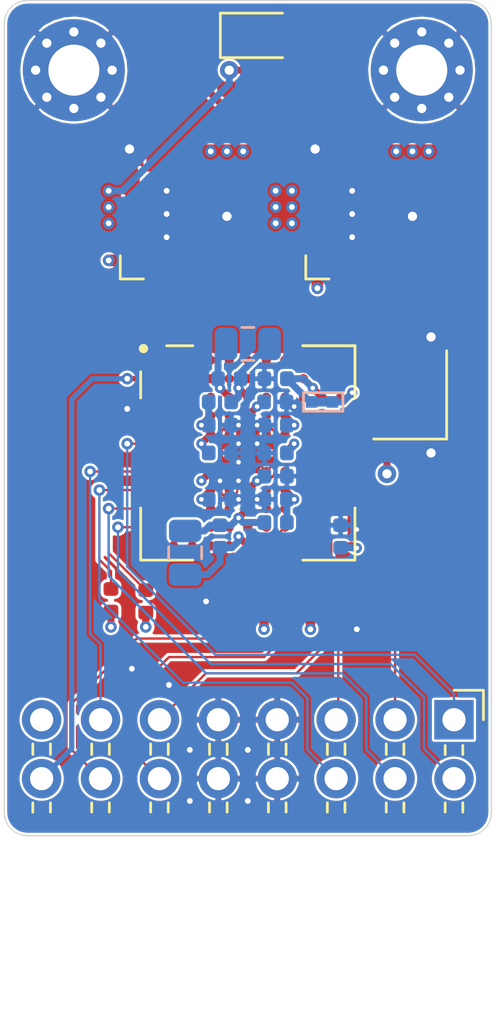
<source format=kicad_pcb>
(kicad_pcb (version 20171130) (host pcbnew "(5.1.9)-1")
  (title_block (title icepool-board) (date 2020-11-09) (rev 2020-04) (company fourside.io))
  (layers (0 F.Cu signal) (1 In1.Cu power) (2 In2.Cu power) (31 B.Cu signal) (34 B.Paste user) (35 F.Paste user) (36 B.SilkS user) (37 F.SilkS user) (38 B.Mask user) (39 F.Mask user) (44 Edge.Cuts user))
  (net 0 "")
  (net 1 GND)
  (net 2 +1V2)
  (net 3 +3V3)
  (net 4 "Net-(D2-Pad2)")
  (net 5 +5V)
  (net 6 /ice40hx8k-daughter-board/CLK_FPGA)
  (net 7 /ice40hx8k-daughter-board/~LED)
  (net 8 /ice40hx8k-daughter-board/READY)
  (net 9 /ice40hx8k-daughter-board/CDONE)
  (net 10 /ice40hx8k-daughter-board/SCK1)
  (net 11 /ice40hx8k-daughter-board/CRESET_B)
  (net 12 /ice40hx8k-daughter-board/SCK0)
  (net 13 /ice40hx8k-daughter-board/~CS1)
  (net 14 /ice40hx8k-daughter-board/~CS0)
  (net 15 /ice40hx8k-daughter-board/~RW)
  (net 16 /ice40hx8k-daughter-board/SDI0)
  (net 17 /ice40hx8k-daughter-board/SDO1)
  (net 18 /ice40hx8k-daughter-board/SDI1)
  (net 19 "Net-(U6-Pad3)")
  (net 20 "Net-(U7-Pad3)")
  (net 21 "Net-(U8-PadK11)")
  (net 22 "Net-(U8-PadJ11)")
  (net 23 "Net-(U8-PadH11)")
  (net 24 "Net-(U8-PadE11)")
  (net 25 "Net-(U8-PadD11)")
  (net 26 "Net-(U8-PadC11)")
  (net 27 "Net-(U8-PadB11)")
  (net 28 "Net-(U8-PadJ10)")
  (net 29 "Net-(U8-PadH10)")
  (net 30 "Net-(U8-PadG10)")
  (net 31 "Net-(U8-PadF10)")
  (net 32 "Net-(U8-PadD10)")
  (net 33 "Net-(U8-PadB10)")
  (net 34 "Net-(U8-PadA10)")
  (net 35 "Net-(U8-PadH9)")
  (net 36 "Net-(U8-PadG9)")
  (net 37 "Net-(U8-PadF9)")
  (net 38 "Net-(U8-PadE9)")
  (net 39 "Net-(U8-PadD9)")
  (net 40 "Net-(U8-PadC9)")
  (net 41 "Net-(U8-PadB9)")
  (net 42 "Net-(U8-PadA9)")
  (net 43 "Net-(U8-PadL8)")
  (net 44 "Net-(U8-PadJ8)")
  (net 45 "Net-(U8-PadG8)")
  (net 46 "Net-(U8-PadE8)")
  (net 47 "Net-(U8-PadC8)")
  (net 48 "Net-(U8-PadB8)")
  (net 49 "Net-(U8-PadA8)")
  (net 50 "Net-(U8-PadL7)")
  (net 51 "Net-(U8-PadK7)")
  (net 52 "Net-(U8-PadJ7)")
  (net 53 "Net-(U8-PadH7)")
  (net 54 "Net-(U8-PadD7)")
  (net 55 "Net-(U8-PadC7)")
  (net 56 "Net-(U8-PadB7)")
  (net 57 "Net-(U8-PadA7)")
  (net 58 "Net-(U8-PadA6)")
  (net 59 "Net-(U8-PadK5)")
  (net 60 "Net-(U8-PadJ5)")
  (net 61 "Net-(U8-PadD5)")
  (net 62 "Net-(U8-PadB5)")
  (net 63 "Net-(U8-PadA5)")
  (net 64 "Net-(U8-PadL4)")
  (net 65 "Net-(U8-PadK4)")
  (net 66 "Net-(U8-PadJ4)")
  (net 67 "Net-(U8-PadF4)")
  (net 68 "Net-(U8-PadC4)")
  (net 69 "Net-(U8-PadB4)")
  (net 70 "Net-(U8-PadA4)")
  (net 71 "Net-(U8-PadL3)")
  (net 72 "Net-(U8-PadK3)")
  (net 73 "Net-(U8-PadJ3)")
  (net 74 "Net-(U8-PadH3)")
  (net 75 "Net-(U8-PadG3)")
  (net 76 "Net-(U8-PadE3)")
  (net 77 "Net-(U8-PadD3)")
  (net 78 "Net-(U8-PadC3)")
  (net 79 "Net-(U8-PadB3)")
  (net 80 "Net-(U8-PadA3)")
  (net 81 "Net-(U8-PadL2)")
  (net 82 "Net-(U8-PadK2)")
  (net 83 "Net-(U8-PadJ2)")
  (net 84 "Net-(U8-PadH2)")
  (net 85 "Net-(U8-PadG2)")
  (net 86 "Net-(U8-PadF2)")
  (net 87 "Net-(U8-PadE2)")
  (net 88 "Net-(U8-PadD2)")
  (net 89 "Net-(U8-PadC2)")
  (net 90 "Net-(U8-PadB2)")
  (net 91 "Net-(U8-PadA2)")
  (net 92 "Net-(U8-PadL1)")
  (net 93 "Net-(U8-PadF1)")
  (net 94 "Net-(U8-PadE1)")
  (net 95 "Net-(U8-PadD1)")
  (net 96 "Net-(U8-PadC1)")
  (net 97 "Net-(U8-PadA1)")
  (net 98 /ice40hx8k-daughter-board/ice40-hx8k-bg121/VPP_2V5)
  (net 99 /ice40hx8k-daughter-board/ice40-hx8k-bg121/VCCPLL0)
  (net 100 /ice40hx8k-daughter-board/ice40-hx8k-bg121/GNDPLL0)
  (net 101 /ice40hx8k-daughter-board/ice40-hx8k-bg121/VCCPLL1)
  (net 102 /ice40hx8k-daughter-board/ice40-hx8k-bg121/GNDPLL1)
  (net 103 /ice40hx8k-daughter-board/ice40-hx8k-bg121/SDO0)
  (net 104 "Net-(U8-PadG11)")
  (net 105 "Net-(U8-PadB6)")
  (net 106 "Net-(U8-PadK6)")
  (net 107 "Net-(U8-PadL5)")
  (net 108 "Net-(U8-PadE10)")
  (module Connector_PinHeader_2.54mm:PinHeader_2x08_P2.54mm_Horizontal (layer F.Cu) (at 73.39 71 270)
    (fp_text reference J5 hide)
    (fp_text value Conn_02x08_Odd_Even)
    (pad 16 thru_hole oval (at 2.54 17.78 270) (size 1.7 1.7) (drill 1) (layers *.Cu *.Mask) (net 8 /ice40hx8k-daughter-board/READY))
    (pad 15 thru_hole oval (at 0 17.78 270) (size 1.7 1.7) (drill 1) (layers *.Cu *.Mask) (net 5 +5V))
    (pad 14 thru_hole oval (at 2.54 15.24 270) (size 1.7 1.7) (drill 1) (layers *.Cu *.Mask) (net 9 /ice40hx8k-daughter-board/CDONE))
    (pad 13 thru_hole oval (at 0 15.24 270) (size 1.7 1.7) (drill 1) (layers *.Cu *.Mask) (net 10 /ice40hx8k-daughter-board/SCK1))
    (pad 12 thru_hole oval (at 2.54 12.7 270) (size 1.7 1.7) (drill 1) (layers *.Cu *.Mask) (net 11 /ice40hx8k-daughter-board/CRESET_B))
    (pad 11 thru_hole oval (at 0 12.7 270) (size 1.7 1.7) (drill 1) (layers *.Cu *.Mask) (net 12 /ice40hx8k-daughter-board/SCK0))
    (pad 10 thru_hole oval (at 2.54 10.16 270) (size 1.7 1.7) (drill 1) (layers *.Cu *.Mask) (net 1 GND))
    (pad 9 thru_hole oval (at 0 10.16 270) (size 1.7 1.7) (drill 1) (layers *.Cu *.Mask) (net 1 GND))
    (pad 8 thru_hole oval (at 2.54 7.62 270) (size 1.7 1.7) (drill 1) (layers *.Cu *.Mask) (net 1 GND))
    (pad 7 thru_hole oval (at 0 7.62 270) (size 1.7 1.7) (drill 1) (layers *.Cu *.Mask) (net 1 GND))
    (pad 6 thru_hole oval (at 2.54 5.08 270) (size 1.7 1.7) (drill 1) (layers *.Cu *.Mask) (net 13 /ice40hx8k-daughter-board/~CS1))
    (pad 5 thru_hole oval (at 0 5.08 270) (size 1.7 1.7) (drill 1) (layers *.Cu *.Mask) (net 14 /ice40hx8k-daughter-board/~CS0))
    (pad 4 thru_hole oval (at 2.54 2.54 270) (size 1.7 1.7) (drill 1) (layers *.Cu *.Mask) (net 15 /ice40hx8k-daughter-board/~RW))
    (pad 3 thru_hole oval (at 0 2.54 270) (size 1.7 1.7) (drill 1) (layers *.Cu *.Mask) (net 16 /ice40hx8k-daughter-board/SDI0))
    (pad 2 thru_hole oval (at 2.54 0 270) (size 1.7 1.7) (drill 1) (layers *.Cu *.Mask) (net 17 /ice40hx8k-daughter-board/SDO1))
    (pad 1 thru_hole rect (at 0 0 270) (size 1.7 1.7) (drill 1) (layers *.Cu *.Mask) (net 18 /ice40hx8k-daughter-board/SDI1))
  )
  (module Resistor_SMD:R_0402_1005Metric (layer F.Cu) (at 58.6 65.85 90)
    (fp_text reference R31 hide)
    (fp_text value 10k)
    (pad 1 smd roundrect (at -0.485 0 90) (size 0.59 0.64) (layers F.Cu F.Paste F.Mask) (net 3 +3V3))
    (pad 2 smd roundrect (at 0.485 0 90) (size 0.59 0.64) (layers F.Cu F.Paste F.Mask) (net 13 /ice40hx8k-daughter-board/~CS1))
  )
  (module jkiv-library:BGA-121_11x11_9.0x9.0mm (layer F.Cu) (at 64.5 59.5)
    (fp_text reference U8 hide)
    (fp_text value "iCE40HX8K-BG121(121-Ball_caBGA)")
    (pad A1 smd circle (at -4 -4) (size 0.4 0.4) (layers F.Cu F.Paste F.Mask) (net 97 "Net-(U8-PadA1)"))
    (pad B1 smd circle (at -4 -3.2) (size 0.4 0.4) (layers F.Cu F.Paste F.Mask) (net 8 /ice40hx8k-daughter-board/READY))
    (pad C1 smd circle (at -4 -2.4) (size 0.4 0.4) (layers F.Cu F.Paste F.Mask) (net 96 "Net-(U8-PadC1)"))
    (pad D1 smd circle (at -4 -1.6) (size 0.4 0.4) (layers F.Cu F.Paste F.Mask) (net 95 "Net-(U8-PadD1)"))
    (pad E1 smd circle (at -4 -0.8) (size 0.4 0.4) (layers F.Cu F.Paste F.Mask) (net 94 "Net-(U8-PadE1)"))
    (pad F1 smd circle (at -4 0) (size 0.4 0.4) (layers F.Cu F.Paste F.Mask) (net 93 "Net-(U8-PadF1)"))
    (pad G1 smd circle (at -4 0.8) (size 0.4 0.4) (layers F.Cu F.Paste F.Mask) (net 10 /ice40hx8k-daughter-board/SCK1))
    (pad H1 smd circle (at -4 1.6) (size 0.4 0.4) (layers F.Cu F.Paste F.Mask) (net 13 /ice40hx8k-daughter-board/~CS1))
    (pad J1 smd circle (at -4 2.4) (size 0.4 0.4) (layers F.Cu F.Paste F.Mask) (net 15 /ice40hx8k-daughter-board/~RW))
    (pad K1 smd circle (at -4 3.2) (size 0.4 0.4) (layers F.Cu F.Paste F.Mask) (net 17 /ice40hx8k-daughter-board/SDO1))
    (pad L1 smd circle (at -4 4) (size 0.4 0.4) (layers F.Cu F.Paste F.Mask) (net 92 "Net-(U8-PadL1)"))
    (pad A2 smd circle (at -3.2 -4) (size 0.4 0.4) (layers F.Cu F.Paste F.Mask) (net 91 "Net-(U8-PadA2)"))
    (pad B2 smd circle (at -3.2 -3.2) (size 0.4 0.4) (layers F.Cu F.Paste F.Mask) (net 90 "Net-(U8-PadB2)"))
    (pad C2 smd circle (at -3.2 -2.4) (size 0.4 0.4) (layers F.Cu F.Paste F.Mask) (net 89 "Net-(U8-PadC2)"))
    (pad D2 smd circle (at -3.2 -1.6) (size 0.4 0.4) (layers F.Cu F.Paste F.Mask) (net 88 "Net-(U8-PadD2)"))
    (pad E2 smd circle (at -3.2 -0.8) (size 0.4 0.4) (layers F.Cu F.Paste F.Mask) (net 87 "Net-(U8-PadE2)"))
    (pad F2 smd circle (at -3.2 0) (size 0.4 0.4) (layers F.Cu F.Paste F.Mask) (net 86 "Net-(U8-PadF2)"))
    (pad G2 smd circle (at -3.2 0.8) (size 0.4 0.4) (layers F.Cu F.Paste F.Mask) (net 85 "Net-(U8-PadG2)"))
    (pad H2 smd circle (at -3.2 1.6) (size 0.4 0.4) (layers F.Cu F.Paste F.Mask) (net 84 "Net-(U8-PadH2)"))
    (pad J2 smd circle (at -3.2 2.4) (size 0.4 0.4) (layers F.Cu F.Paste F.Mask) (net 83 "Net-(U8-PadJ2)"))
    (pad K2 smd circle (at -3.2 3.2) (size 0.4 0.4) (layers F.Cu F.Paste F.Mask) (net 82 "Net-(U8-PadK2)"))
    (pad L2 smd circle (at -3.2 4) (size 0.4 0.4) (layers F.Cu F.Paste F.Mask) (net 81 "Net-(U8-PadL2)"))
    (pad A3 smd circle (at -2.4 -4) (size 0.4 0.4) (layers F.Cu F.Paste F.Mask) (net 80 "Net-(U8-PadA3)"))
    (pad B3 smd circle (at -2.4 -3.2) (size 0.4 0.4) (layers F.Cu F.Paste F.Mask) (net 79 "Net-(U8-PadB3)"))
    (pad C3 smd circle (at -2.4 -2.4) (size 0.4 0.4) (layers F.Cu F.Paste F.Mask) (net 78 "Net-(U8-PadC3)"))
    (pad D3 smd circle (at -2.4 -1.6) (size 0.4 0.4) (layers F.Cu F.Paste F.Mask) (net 77 "Net-(U8-PadD3)"))
    (pad E3 smd circle (at -2.4 -0.8) (size 0.4 0.4) (layers F.Cu F.Paste F.Mask) (net 76 "Net-(U8-PadE3)"))
    (pad F3 smd circle (at -2.4 0) (size 0.4 0.4) (layers F.Cu F.Paste F.Mask) (net 18 /ice40hx8k-daughter-board/SDI1))
    (pad G3 smd circle (at -2.4 0.8) (size 0.4 0.4) (layers F.Cu F.Paste F.Mask) (net 75 "Net-(U8-PadG3)"))
    (pad H3 smd circle (at -2.4 1.6) (size 0.4 0.4) (layers F.Cu F.Paste F.Mask) (net 74 "Net-(U8-PadH3)"))
    (pad J3 smd circle (at -2.4 2.4) (size 0.4 0.4) (layers F.Cu F.Paste F.Mask) (net 73 "Net-(U8-PadJ3)"))
    (pad K3 smd circle (at -2.4 3.2) (size 0.4 0.4) (layers F.Cu F.Paste F.Mask) (net 72 "Net-(U8-PadK3)"))
    (pad L3 smd circle (at -2.4 4) (size 0.4 0.4) (layers F.Cu F.Paste F.Mask) (net 71 "Net-(U8-PadL3)"))
    (pad A4 smd circle (at -1.6 -4) (size 0.4 0.4) (layers F.Cu F.Paste F.Mask) (net 70 "Net-(U8-PadA4)"))
    (pad B4 smd circle (at -1.6 -3.2) (size 0.4 0.4) (layers F.Cu F.Paste F.Mask) (net 69 "Net-(U8-PadB4)"))
    (pad C4 smd circle (at -1.6 -2.4) (size 0.4 0.4) (layers F.Cu F.Paste F.Mask) (net 68 "Net-(U8-PadC4)"))
    (pad D4 smd circle (at -1.6 -1.6) (size 0.4 0.4) (layers F.Cu F.Paste F.Mask) (net 2 +1V2))
    (pad E4 smd circle (at -1.6 -0.8) (size 0.4 0.4) (layers F.Cu F.Paste F.Mask) (net 3 +3V3))
    (pad F4 smd circle (at -1.6 0) (size 0.4 0.4) (layers F.Cu F.Paste F.Mask) (net 67 "Net-(U8-PadF4)"))
    (pad G4 smd circle (at -1.6 0.8) (size 0.4 0.4) (layers F.Cu F.Paste F.Mask) (net 3 +3V3))
    (pad H4 smd circle (at -1.6 1.6) (size 0.4 0.4) (layers F.Cu F.Paste F.Mask) (net 2 +1V2))
    (pad J4 smd circle (at -1.6 2.4) (size 0.4 0.4) (layers F.Cu F.Paste F.Mask) (net 66 "Net-(U8-PadJ4)"))
    (pad K4 smd circle (at -1.6 3.2) (size 0.4 0.4) (layers F.Cu F.Paste F.Mask) (net 65 "Net-(U8-PadK4)"))
    (pad L4 smd circle (at -1.6 4) (size 0.4 0.4) (layers F.Cu F.Paste F.Mask) (net 64 "Net-(U8-PadL4)"))
    (pad A5 smd circle (at -0.8 -4) (size 0.4 0.4) (layers F.Cu F.Paste F.Mask) (net 63 "Net-(U8-PadA5)"))
    (pad B5 smd circle (at -0.8 -3.2) (size 0.4 0.4) (layers F.Cu F.Paste F.Mask) (net 62 "Net-(U8-PadB5)"))
    (pad C5 smd circle (at -0.8 -2.4) (size 0.4 0.4) (layers F.Cu F.Paste F.Mask) (net 102 /ice40hx8k-daughter-board/ice40-hx8k-bg121/GNDPLL1))
    (pad D5 smd circle (at -0.8 -1.6) (size 0.4 0.4) (layers F.Cu F.Paste F.Mask) (net 61 "Net-(U8-PadD5)"))
    (pad E5 smd circle (at -0.8 -0.8) (size 0.4 0.4) (layers F.Cu F.Paste F.Mask) (net 1 GND))
    (pad F5 smd circle (at -0.8 0) (size 0.4 0.4) (layers F.Cu F.Paste F.Mask) (net 1 GND))
    (pad G5 smd circle (at -0.8 0.8) (size 0.4 0.4) (layers F.Cu F.Paste F.Mask) (net 1 GND))
    (pad H5 smd circle (at -0.8 1.6) (size 0.4 0.4) (layers F.Cu F.Paste F.Mask) (net 1 GND))
    (pad J5 smd circle (at -0.8 2.4) (size 0.4 0.4) (layers F.Cu F.Paste F.Mask) (net 60 "Net-(U8-PadJ5)"))
    (pad K5 smd circle (at -0.8 3.2) (size 0.4 0.4) (layers F.Cu F.Paste F.Mask) (net 59 "Net-(U8-PadK5)"))
    (pad L5 smd circle (at -0.8 4) (size 0.4 0.4) (layers F.Cu F.Paste F.Mask) (net 107 "Net-(U8-PadL5)"))
    (pad A6 smd circle (at 0 -4) (size 0.4 0.4) (layers F.Cu F.Paste F.Mask) (net 58 "Net-(U8-PadA6)"))
    (pad B6 smd circle (at 0 -3.2) (size 0.4 0.4) (layers F.Cu F.Paste F.Mask) (net 105 "Net-(U8-PadB6)"))
    (pad C6 smd circle (at 0 -2.4) (size 0.4 0.4) (layers F.Cu F.Paste F.Mask) (net 101 /ice40hx8k-daughter-board/ice40-hx8k-bg121/VCCPLL1))
    (pad D6 smd circle (at 0 -1.6) (size 0.4 0.4) (layers F.Cu F.Paste F.Mask) (net 3 +3V3))
    (pad E6 smd circle (at 0 -0.8) (size 0.4 0.4) (layers F.Cu F.Paste F.Mask) (net 1 GND))
    (pad F6 smd circle (at 0 0) (size 0.4 0.4) (layers F.Cu F.Paste F.Mask) (net 1 GND))
    (pad G6 smd circle (at 0 0.8) (size 0.4 0.4) (layers F.Cu F.Paste F.Mask) (net 1 GND))
    (pad H6 smd circle (at 0 1.6) (size 0.4 0.4) (layers F.Cu F.Paste F.Mask) (net 3 +3V3))
    (pad J6 smd circle (at 0 2.4) (size 0.4 0.4) (layers F.Cu F.Paste F.Mask) (net 99 /ice40hx8k-daughter-board/ice40-hx8k-bg121/VCCPLL0))
    (pad K6 smd circle (at 0 3.2) (size 0.4 0.4) (layers F.Cu F.Paste F.Mask) (net 106 "Net-(U8-PadK6)"))
    (pad L6 smd circle (at 0 4) (size 0.4 0.4) (layers F.Cu F.Paste F.Mask) (net 100 /ice40hx8k-daughter-board/ice40-hx8k-bg121/GNDPLL0))
    (pad A7 smd circle (at 0.8 -4) (size 0.4 0.4) (layers F.Cu F.Paste F.Mask) (net 57 "Net-(U8-PadA7)"))
    (pad B7 smd circle (at 0.8 -3.2) (size 0.4 0.4) (layers F.Cu F.Paste F.Mask) (net 56 "Net-(U8-PadB7)"))
    (pad C7 smd circle (at 0.8 -2.4) (size 0.4 0.4) (layers F.Cu F.Paste F.Mask) (net 55 "Net-(U8-PadC7)"))
    (pad D7 smd circle (at 0.8 -1.6) (size 0.4 0.4) (layers F.Cu F.Paste F.Mask) (net 54 "Net-(U8-PadD7)"))
    (pad E7 smd circle (at 0.8 -0.8) (size 0.4 0.4) (layers F.Cu F.Paste F.Mask) (net 1 GND))
    (pad F7 smd circle (at 0.8 0) (size 0.4 0.4) (layers F.Cu F.Paste F.Mask) (net 1 GND))
    (pad G7 smd circle (at 0.8 0.8) (size 0.4 0.4) (layers F.Cu F.Paste F.Mask) (net 1 GND))
    (pad H7 smd circle (at 0.8 1.6) (size 0.4 0.4) (layers F.Cu F.Paste F.Mask) (net 53 "Net-(U8-PadH7)"))
    (pad J7 smd circle (at 0.8 2.4) (size 0.4 0.4) (layers F.Cu F.Paste F.Mask) (net 52 "Net-(U8-PadJ7)"))
    (pad K7 smd circle (at 0.8 3.2) (size 0.4 0.4) (layers F.Cu F.Paste F.Mask) (net 51 "Net-(U8-PadK7)"))
    (pad L7 smd circle (at 0.8 4) (size 0.4 0.4) (layers F.Cu F.Paste F.Mask) (net 50 "Net-(U8-PadL7)"))
    (pad A8 smd circle (at 1.6 -4) (size 0.4 0.4) (layers F.Cu F.Paste F.Mask) (net 49 "Net-(U8-PadA8)"))
    (pad B8 smd circle (at 1.6 -3.2) (size 0.4 0.4) (layers F.Cu F.Paste F.Mask) (net 48 "Net-(U8-PadB8)"))
    (pad C8 smd circle (at 1.6 -2.4) (size 0.4 0.4) (layers F.Cu F.Paste F.Mask) (net 47 "Net-(U8-PadC8)"))
    (pad D8 smd circle (at 1.6 -1.6) (size 0.4 0.4) (layers F.Cu F.Paste F.Mask) (net 2 +1V2))
    (pad E8 smd circle (at 1.6 -0.8) (size 0.4 0.4) (layers F.Cu F.Paste F.Mask) (net 46 "Net-(U8-PadE8)"))
    (pad F8 smd circle (at 1.6 0) (size 0.4 0.4) (layers F.Cu F.Paste F.Mask) (net 3 +3V3))
    (pad G8 smd circle (at 1.6 0.8) (size 0.4 0.4) (layers F.Cu F.Paste F.Mask) (net 45 "Net-(U8-PadG8)"))
    (pad H8 smd circle (at 1.6 1.6) (size 0.4 0.4) (layers F.Cu F.Paste F.Mask) (net 2 +1V2))
    (pad J8 smd circle (at 1.6 2.4) (size 0.4 0.4) (layers F.Cu F.Paste F.Mask) (net 44 "Net-(U8-PadJ8)"))
    (pad K8 smd circle (at 1.6 3.2) (size 0.4 0.4) (layers F.Cu F.Paste F.Mask) (net 9 /ice40hx8k-daughter-board/CDONE))
    (pad L8 smd circle (at 1.6 4) (size 0.4 0.4) (layers F.Cu F.Paste F.Mask) (net 43 "Net-(U8-PadL8)"))
    (pad A9 smd circle (at 2.4 -4) (size 0.4 0.4) (layers F.Cu F.Paste F.Mask) (net 42 "Net-(U8-PadA9)"))
    (pad B9 smd circle (at 2.4 -3.2) (size 0.4 0.4) (layers F.Cu F.Paste F.Mask) (net 41 "Net-(U8-PadB9)"))
    (pad C9 smd circle (at 2.4 -2.4) (size 0.4 0.4) (layers F.Cu F.Paste F.Mask) (net 40 "Net-(U8-PadC9)"))
    (pad D9 smd circle (at 2.4 -1.6) (size 0.4 0.4) (layers F.Cu F.Paste F.Mask) (net 39 "Net-(U8-PadD9)"))
    (pad E9 smd circle (at 2.4 -0.8) (size 0.4 0.4) (layers F.Cu F.Paste F.Mask) (net 38 "Net-(U8-PadE9)"))
    (pad F9 smd circle (at 2.4 0) (size 0.4 0.4) (layers F.Cu F.Paste F.Mask) (net 37 "Net-(U8-PadF9)"))
    (pad G9 smd circle (at 2.4 0.8) (size 0.4 0.4) (layers F.Cu F.Paste F.Mask) (net 36 "Net-(U8-PadG9)"))
    (pad H9 smd circle (at 2.4 1.6) (size 0.4 0.4) (layers F.Cu F.Paste F.Mask) (net 35 "Net-(U8-PadH9)"))
    (pad J9 smd circle (at 2.4 2.4) (size 0.4 0.4) (layers F.Cu F.Paste F.Mask) (net 16 /ice40hx8k-daughter-board/SDI0))
    (pad K9 smd circle (at 2.4 3.2) (size 0.4 0.4) (layers F.Cu F.Paste F.Mask) (net 103 /ice40hx8k-daughter-board/ice40-hx8k-bg121/SDO0))
    (pad L9 smd circle (at 2.4 4) (size 0.4 0.4) (layers F.Cu F.Paste F.Mask) (net 11 /ice40hx8k-daughter-board/CRESET_B))
    (pad A10 smd circle (at 3.2 -4) (size 0.4 0.4) (layers F.Cu F.Paste F.Mask) (net 34 "Net-(U8-PadA10)"))
    (pad B10 smd circle (at 3.2 -3.2) (size 0.4 0.4) (layers F.Cu F.Paste F.Mask) (net 33 "Net-(U8-PadB10)"))
    (pad C10 smd circle (at 3.2 -2.4) (size 0.4 0.4) (layers F.Cu F.Paste F.Mask) (net 98 /ice40hx8k-daughter-board/ice40-hx8k-bg121/VPP_2V5))
    (pad D10 smd circle (at 3.2 -1.6) (size 0.4 0.4) (layers F.Cu F.Paste F.Mask) (net 32 "Net-(U8-PadD10)"))
    (pad E10 smd circle (at 3.2 -0.8) (size 0.4 0.4) (layers F.Cu F.Paste F.Mask) (net 108 "Net-(U8-PadE10)"))
    (pad F10 smd circle (at 3.2 0) (size 0.4 0.4) (layers F.Cu F.Paste F.Mask) (net 31 "Net-(U8-PadF10)"))
    (pad G10 smd circle (at 3.2 0.8) (size 0.4 0.4) (layers F.Cu F.Paste F.Mask) (net 30 "Net-(U8-PadG10)"))
    (pad H10 smd circle (at 3.2 1.6) (size 0.4 0.4) (layers F.Cu F.Paste F.Mask) (net 29 "Net-(U8-PadH10)"))
    (pad J10 smd circle (at 3.2 2.4) (size 0.4 0.4) (layers F.Cu F.Paste F.Mask) (net 28 "Net-(U8-PadJ10)"))
    (pad K10 smd circle (at 3.2 3.2) (size 0.4 0.4) (layers F.Cu F.Paste F.Mask) (net 14 /ice40hx8k-daughter-board/~CS0))
    (pad L10 smd circle (at 3.2 4) (size 0.4 0.4) (layers F.Cu F.Paste F.Mask) (net 12 /ice40hx8k-daughter-board/SCK0))
    (pad A11 smd circle (at 4 -4) (size 0.4 0.4) (layers F.Cu F.Paste F.Mask) (net 7 /ice40hx8k-daughter-board/~LED))
    (pad B11 smd circle (at 4 -3.2) (size 0.4 0.4) (layers F.Cu F.Paste F.Mask) (net 27 "Net-(U8-PadB11)"))
    (pad C11 smd circle (at 4 -2.4) (size 0.4 0.4) (layers F.Cu F.Paste F.Mask) (net 26 "Net-(U8-PadC11)"))
    (pad D11 smd circle (at 4 -1.6) (size 0.4 0.4) (layers F.Cu F.Paste F.Mask) (net 25 "Net-(U8-PadD11)"))
    (pad E11 smd circle (at 4 -0.8) (size 0.4 0.4) (layers F.Cu F.Paste F.Mask) (net 24 "Net-(U8-PadE11)"))
    (pad F11 smd circle (at 4 0) (size 0.4 0.4) (layers F.Cu F.Paste F.Mask) (net 6 /ice40hx8k-daughter-board/CLK_FPGA))
    (pad G11 smd circle (at 4 0.8) (size 0.4 0.4) (layers F.Cu F.Paste F.Mask) (net 104 "Net-(U8-PadG11)"))
    (pad H11 smd circle (at 4 1.6) (size 0.4 0.4) (layers F.Cu F.Paste F.Mask) (net 23 "Net-(U8-PadH11)"))
    (pad J11 smd circle (at 4 2.4) (size 0.4 0.4) (layers F.Cu F.Paste F.Mask) (net 22 "Net-(U8-PadJ11)"))
    (pad K11 smd circle (at 4 3.2) (size 0.4 0.4) (layers F.Cu F.Paste F.Mask) (net 21 "Net-(U8-PadK11)"))
    (pad L11 smd circle (at 4 4) (size 0.4 0.4) (layers F.Cu F.Paste F.Mask) (net 3 +3V3))
  )
  (module LED_SMD:LED_0805_2012Metric (layer F.Cu) (at 65 41.5)
    (fp_text reference D2 hide)
    (fp_text value LED_IND)
    (pad 1 smd roundrect (at -0.9375 0) (size 0.975 1.4) (layers F.Cu F.Paste F.Mask) (net 7 /ice40hx8k-daughter-board/~LED))
    (pad 2 smd roundrect (at 0.9375 0) (size 0.975 1.4) (layers F.Cu F.Paste F.Mask) (net 4 "Net-(D2-Pad2)"))
  )
  (module Jumper:SolderJumper-2_P1.3mm_Bridged_Pad1.0x1.5mm (layer B.Cu) (at 67.7 57.3 180)
    (fp_text reference JP1 hide)
    (fp_text value CUT_2V5)
    (fp_poly (pts (xy -0.25 0.2) (xy 0.25 0.2) (xy 0.25 -0.2) (xy -0.25 -0.2)) (layer B.Cu) (width 0))
    (pad 1 smd rect (at -0.45 0 180) (size 0.5 0.5) (layers B.Cu B.Mask) (net 3 +3V3))
    (pad 2 smd rect (at 0.45 0 180) (size 0.5 0.5) (layers B.Cu B.Mask) (net 98 /ice40hx8k-daughter-board/ice40-hx8k-bg121/VPP_2V5))
  )
  (module Resistor_SMD:R_0402_1005Metric (layer F.Cu) (at 65.2 65.9 90)
    (fp_text reference R20 hide)
    (fp_text value 10k)
    (pad 1 smd roundrect (at -0.485 0 90) (size 0.59 0.64) (layers F.Cu F.Paste F.Mask) (net 3 +3V3))
    (pad 2 smd roundrect (at 0.485 0 90) (size 0.59 0.64) (layers F.Cu F.Paste F.Mask) (net 9 /ice40hx8k-daughter-board/CDONE))
  )
  (module Resistor_SMD:R_0402_1005Metric (layer F.Cu) (at 60.1 65.9 90)
    (fp_text reference R19 hide)
    (fp_text value 10k)
    (pad 1 smd roundrect (at -0.485 0 90) (size 0.59 0.64) (layers F.Cu F.Paste F.Mask) (net 3 +3V3))
    (pad 2 smd roundrect (at 0.485 0 90) (size 0.59 0.64) (layers F.Cu F.Paste F.Mask) (net 15 /ice40hx8k-daughter-board/~RW))
  )
  (module Resistor_SMD:R_0402_1005Metric (layer F.Cu) (at 67.2 65.9 90)
    (fp_text reference R18 hide)
    (fp_text value 10k)
    (pad 1 smd roundrect (at -0.485 0 90) (size 0.59 0.64) (layers F.Cu F.Paste F.Mask) (net 3 +3V3))
    (pad 2 smd roundrect (at 0.485 0 90) (size 0.59 0.64) (layers F.Cu F.Paste F.Mask) (net 11 /ice40hx8k-daughter-board/CRESET_B))
  )
  (module Resistor_SMD:R_0402_1005Metric (layer F.Cu) (at 69.2 65.9 90)
    (fp_text reference R17 hide)
    (fp_text value 10k)
    (pad 1 smd roundrect (at -0.485 0 90) (size 0.59 0.64) (layers F.Cu F.Paste F.Mask) (net 1 GND))
    (pad 2 smd roundrect (at 0.485 0 90) (size 0.59 0.64) (layers F.Cu F.Paste F.Mask) (net 14 /ice40hx8k-daughter-board/~CS0))
  )
  (module Resistor_SMD:R_0402_1005Metric (layer B.Cu) (at 63.3 57.3 180)
    (fp_text reference R16 hide)
    (fp_text value 100R)
    (pad 1 smd roundrect (at -0.485 0 180) (size 0.59 0.64) (layers B.Cu B.Paste B.Mask) (net 101 /ice40hx8k-daughter-board/ice40-hx8k-bg121/VCCPLL1))
    (pad 2 smd roundrect (at 0.485 0 180) (size 0.59 0.64) (layers B.Cu B.Paste B.Mask) (net 2 +1V2))
  )
  (module Resistor_SMD:R_0402_1005Metric (layer B.Cu) (at 65.7 62.5)
    (fp_text reference R15 hide)
    (fp_text value 100R)
    (pad 1 smd roundrect (at -0.485 0) (size 0.59 0.64) (layers B.Cu B.Paste B.Mask) (net 99 /ice40hx8k-daughter-board/ice40-hx8k-bg121/VCCPLL0))
    (pad 2 smd roundrect (at 0.485 0) (size 0.59 0.64) (layers B.Cu B.Paste B.Mask) (net 2 +1V2))
  )
  (module Resistor_SMD:R_0402_1005Metric (layer F.Cu) (at 65 43 180)
    (fp_text reference R14 hide)
    (fp_text value 1k)
    (pad 1 smd roundrect (at -0.485 0 180) (size 0.59 0.64) (layers F.Cu F.Paste F.Mask) (net 4 "Net-(D2-Pad2)"))
    (pad 2 smd roundrect (at 0.485 0 180) (size 0.59 0.64) (layers F.Cu F.Paste F.Mask) (net 3 +3V3))
  )
  (module Capacitor_SMD:C_0402_1005Metric (layer B.Cu) (at 63.7 56.3 180)
    (fp_text reference C36 hide)
    (fp_text value 0.1u)
    (pad 1 smd roundrect (at -0.485 0 180) (size 0.59 0.64) (layers B.Cu B.Paste B.Mask) (net 101 /ice40hx8k-daughter-board/ice40-hx8k-bg121/VCCPLL1))
    (pad 2 smd roundrect (at 0.485 0 180) (size 0.59 0.64) (layers B.Cu B.Paste B.Mask) (net 102 /ice40hx8k-daughter-board/ice40-hx8k-bg121/GNDPLL1))
  )
  (module Capacitor_SMD:C_0805_2012Metric (layer B.Cu) (at 64.5 54.8 180)
    (fp_text reference C35 hide)
    (fp_text value 10u)
    (pad 1 smd roundrect (at -0.9375 0 180) (size 0.975 1.4) (layers B.Cu B.Paste B.Mask) (net 101 /ice40hx8k-daughter-board/ice40-hx8k-bg121/VCCPLL1))
    (pad 2 smd roundrect (at 0.9375 0 180) (size 0.975 1.4) (layers B.Cu B.Paste B.Mask) (net 102 /ice40hx8k-daughter-board/ice40-hx8k-bg121/GNDPLL1))
  )
  (module Capacitor_SMD:C_0402_1005Metric (layer B.Cu) (at 63.3 59.5 180)
    (fp_text reference C34 hide)
    (fp_text value 0.1u)
    (pad 1 smd roundrect (at -0.485 0 180) (size 0.59 0.64) (layers B.Cu B.Paste B.Mask) (net 1 GND))
    (pad 2 smd roundrect (at 0.485 0 180) (size 0.59 0.64) (layers B.Cu B.Paste B.Mask) (net 3 +3V3))
  )
  (module Capacitor_SMD:C_0402_1005Metric (layer B.Cu) (at 63.3 61.5 180)
    (fp_text reference C33 hide)
    (fp_text value 0.1u)
    (pad 1 smd roundrect (at -0.485 0 180) (size 0.59 0.64) (layers B.Cu B.Paste B.Mask) (net 1 GND))
    (pad 2 smd roundrect (at 0.485 0 180) (size 0.59 0.64) (layers B.Cu B.Paste B.Mask) (net 2 +1V2))
  )
  (module Capacitor_SMD:C_0402_1005Metric (layer B.Cu) (at 63.3 63.1 270)
    (fp_text reference C32 hide)
    (fp_text value 0.1u)
    (pad 1 smd roundrect (at -0.485 0 270) (size 0.59 0.64) (layers B.Cu B.Paste B.Mask) (net 99 /ice40hx8k-daughter-board/ice40-hx8k-bg121/VCCPLL0))
    (pad 2 smd roundrect (at 0.485 0 270) (size 0.59 0.64) (layers B.Cu B.Paste B.Mask) (net 100 /ice40hx8k-daughter-board/ice40-hx8k-bg121/GNDPLL0))
  )
  (module Capacitor_SMD:C_0805_2012Metric (layer B.Cu) (at 61.8 63.8 270)
    (fp_text reference C31 hide)
    (fp_text value 10u)
    (pad 2 smd roundrect (at 0.9375 0 270) (size 0.975 1.4) (layers B.Cu B.Paste B.Mask) (net 100 /ice40hx8k-daughter-board/ice40-hx8k-bg121/GNDPLL0))
    (pad 1 smd roundrect (at -0.9375 0 270) (size 0.975 1.4) (layers B.Cu B.Paste B.Mask) (net 99 /ice40hx8k-daughter-board/ice40-hx8k-bg121/VCCPLL0))
  )
  (module Capacitor_SMD:C_0402_1005Metric (layer B.Cu) (at 65.7 60.5 180)
    (fp_text reference C30 hide)
    (fp_text value 0.1u)
    (pad 1 smd roundrect (at -0.485 0 180) (size 0.59 0.64) (layers B.Cu B.Paste B.Mask) (net 1 GND))
    (pad 2 smd roundrect (at 0.485 0 180) (size 0.59 0.64) (layers B.Cu B.Paste B.Mask) (net 3 +3V3))
  )
  (module Capacitor_SMD:C_0402_1005Metric (layer B.Cu) (at 65.7 61.5)
    (fp_text reference C29 hide)
    (fp_text value 0.1u)
    (pad 1 smd roundrect (at -0.485 0) (size 0.59 0.64) (layers B.Cu B.Paste B.Mask) (net 1 GND))
    (pad 2 smd roundrect (at 0.485 0) (size 0.59 0.64) (layers B.Cu B.Paste B.Mask) (net 2 +1V2))
  )
  (module Capacitor_SMD:C_0402_1005Metric (layer B.Cu) (at 65.7 59.5)
    (fp_text reference C28 hide)
    (fp_text value 0.1u)
    (pad 1 smd roundrect (at -0.485 0) (size 0.59 0.64) (layers B.Cu B.Paste B.Mask) (net 1 GND))
    (pad 2 smd roundrect (at 0.485 0) (size 0.59 0.64) (layers B.Cu B.Paste B.Mask) (net 3 +3V3))
  )
  (module Capacitor_SMD:C_0402_1005Metric (layer B.Cu) (at 63.3 58.3 180)
    (fp_text reference C27 hide)
    (fp_text value 0.1u)
    (pad 1 smd roundrect (at -0.485 0 180) (size 0.59 0.64) (layers B.Cu B.Paste B.Mask) (net 1 GND))
    (pad 2 smd roundrect (at 0.485 0 180) (size 0.59 0.64) (layers B.Cu B.Paste B.Mask) (net 2 +1V2))
  )
  (module Capacitor_SMD:C_0402_1005Metric (layer B.Cu) (at 65.7 56.3)
    (fp_text reference C26 hide)
    (fp_text value 0.1u)
    (pad 1 smd roundrect (at -0.485 0) (size 0.59 0.64) (layers B.Cu B.Paste B.Mask) (net 1 GND))
    (pad 2 smd roundrect (at 0.485 0) (size 0.59 0.64) (layers B.Cu B.Paste B.Mask) (net 98 /ice40hx8k-daughter-board/ice40-hx8k-bg121/VPP_2V5))
  )
  (module Capacitor_SMD:C_0402_1005Metric (layer B.Cu) (at 65.685 57.3 180)
    (fp_text reference C25 hide)
    (fp_text value 0.1u)
    (pad 1 smd roundrect (at -0.485 0 180) (size 0.59 0.64) (layers B.Cu B.Paste B.Mask) (net 1 GND))
    (pad 2 smd roundrect (at 0.485 0 180) (size 0.59 0.64) (layers B.Cu B.Paste B.Mask) (net 3 +3V3))
  )
  (module Capacitor_SMD:C_0402_1005Metric (layer B.Cu) (at 65.7 58.3)
    (fp_text reference C24 hide)
    (fp_text value 0.1u)
    (pad 1 smd roundrect (at -0.485 0) (size 0.59 0.64) (layers B.Cu B.Paste B.Mask) (net 1 GND))
    (pad 2 smd roundrect (at 0.485 0) (size 0.59 0.64) (layers B.Cu B.Paste B.Mask) (net 2 +1V2))
  )
  (module Capacitor_SMD:C_0402_1005Metric (layer B.Cu) (at 68.5 63.1 270)
    (fp_text reference C23 hide)
    (fp_text value 0.1u)
    (pad 1 smd roundrect (at -0.485 0 270) (size 0.59 0.64) (layers B.Cu B.Paste B.Mask) (net 1 GND))
    (pad 2 smd roundrect (at 0.485 0 270) (size 0.59 0.64) (layers B.Cu B.Paste B.Mask) (net 3 +3V3))
  )
  (module Capacitor_SMD:C_0402_1005Metric (layer F.Cu) (at 66.4 46.9 90)
    (fp_text reference C22 hide)
    (fp_text value 4.7u)
    (pad 1 smd roundrect (at -0.485 0 90) (size 0.59 0.64) (layers F.Cu F.Paste F.Mask) (net 2 +1V2))
    (pad 2 smd roundrect (at 0.485 0 90) (size 0.59 0.64) (layers F.Cu F.Paste F.Mask) (net 1 GND))
  )
  (module Capacitor_SMD:C_0402_1005Metric (layer F.Cu) (at 71.6 47.9 270)
    (fp_text reference C21 hide)
    (fp_text value 4.7u)
    (pad 1 smd roundrect (at -0.485 0 270) (size 0.59 0.64) (layers F.Cu F.Paste F.Mask) (net 5 +5V))
    (pad 2 smd roundrect (at 0.485 0 270) (size 0.59 0.64) (layers F.Cu F.Paste F.Mask) (net 1 GND))
  )
  (module Capacitor_SMD:C_0402_1005Metric (layer F.Cu) (at 58.4 46.9 90)
    (fp_text reference C20 hide)
    (fp_text value 4.7u)
    (pad 1 smd roundrect (at -0.485 0 90) (size 0.59 0.64) (layers F.Cu F.Paste F.Mask) (net 3 +3V3))
    (pad 2 smd roundrect (at 0.485 0 90) (size 0.59 0.64) (layers F.Cu F.Paste F.Mask) (net 1 GND))
  )
  (module Capacitor_SMD:C_0402_1005Metric (layer F.Cu) (at 63.6 47.9 270)
    (fp_text reference C19 hide)
    (fp_text value 4.7u)
    (pad 1 smd roundrect (at -0.485 0 270) (size 0.59 0.64) (layers F.Cu F.Paste F.Mask) (net 5 +5V))
    (pad 2 smd roundrect (at 0.485 0 270) (size 0.59 0.64) (layers F.Cu F.Paste F.Mask) (net 1 GND))
  )
  (module Capacitor_SMD:C_0402_1005Metric (layer F.Cu) (at 71 54.5 180)
    (fp_text reference C17 hide)
    (fp_text value DNP)
    (pad 1 smd roundrect (at -0.485 0 180) (size 0.59 0.64) (layers F.Cu F.Paste F.Mask) (net 1 GND))
    (pad 2 smd roundrect (at 0.485 0 180) (size 0.59 0.64) (layers F.Cu F.Paste F.Mask) (net 6 /ice40hx8k-daughter-board/CLK_FPGA))
  )
  (module Capacitor_SMD:C_0402_1005Metric (layer F.Cu) (at 71 59.5 180)
    (fp_text reference C16 hide)
    (fp_text value 0.1u)
    (pad 1 smd roundrect (at -0.485 0 180) (size 0.59 0.64) (layers F.Cu F.Paste F.Mask) (net 1 GND))
    (pad 2 smd roundrect (at 0.485 0 180) (size 0.59 0.64) (layers F.Cu F.Paste F.Mask) (net 3 +3V3))
  )
  (module Oscillator:Oscillator_SMD_Abracon_ASE-4Pin_3.2x2.5mm (layer F.Cu) (at 71.5 57 90)
    (fp_text reference X2 hide)
    (fp_text value ASEM1-12.000MHZ)
    (pad 4 smd rect (at -1.05 -0.825 90) (size 1.3 1.1) (layers F.Cu F.Paste F.Mask) (net 3 +3V3))
    (pad 3 smd rect (at 1.05 -0.825 90) (size 1.3 1.1) (layers F.Cu F.Paste F.Mask) (net 6 /ice40hx8k-daughter-board/CLK_FPGA))
    (pad 2 smd rect (at 1.05 0.825 90) (size 1.3 1.1) (layers F.Cu F.Paste F.Mask) (net 1 GND))
    (pad 1 smd rect (at -1.05 0.825 90) (size 1.3 1.1) (layers F.Cu F.Paste F.Mask) (net 3 +3V3))
  )
  (module jkiv-library:SOT89-5 (layer F.Cu) (at 69 49.5)
    (fp_text reference U7 hide)
    (fp_text value AP7361C_SOT-89-5)
    (pad 3 smd roundrect (at 1.5 1.65) (size 0.68 1.2) (layers F.Cu F.Paste F.Mask) (net 20 "Net-(U7-Pad3)"))
    (pad 2 smd roundrect (at 0 1.45) (size 0.68 1.6) (layers F.Cu F.Paste F.Mask) (net 1 GND))
    (pad 1 smd roundrect (at -1.5 1.65) (size 0.68 1.2) (layers F.Cu F.Paste F.Mask) (net 3 +3V3))
    (pad 5 smd roundrect (at -1.5 -1.65) (size 0.68 1.2) (layers F.Cu F.Paste F.Mask) (net 2 +1V2))
    (pad 2 smd roundrect (at 0 -1.5) (size 1.73 1) (layers F.Cu F.Paste F.Mask) (net 1 GND))
    (pad 4 smd roundrect (at 1.5 -1.65) (size 0.68 1.2) (layers F.Cu F.Paste F.Mask) (net 5 +5V))
    (pad 2 smd roundrect (at 0 -0.25) (size 1.93 2.6) (layers F.Cu F.Paste F.Mask) (net 1 GND))
  )
  (module jkiv-library:SOT89-5 (layer F.Cu) (at 61 49.5)
    (fp_text reference U6 hide)
    (fp_text value AP7361C_SOT-89-5)
    (pad 3 smd roundrect (at 1.5 1.65) (size 0.68 1.2) (layers F.Cu F.Paste F.Mask) (net 19 "Net-(U6-Pad3)"))
    (pad 2 smd roundrect (at 0 1.45) (size 0.68 1.6) (layers F.Cu F.Paste F.Mask) (net 1 GND))
    (pad 1 smd roundrect (at -1.5 1.65) (size 0.68 1.2) (layers F.Cu F.Paste F.Mask) (net 5 +5V))
    (pad 5 smd roundrect (at -1.5 -1.65) (size 0.68 1.2) (layers F.Cu F.Paste F.Mask) (net 3 +3V3))
    (pad 2 smd roundrect (at 0 -1.5) (size 1.73 1) (layers F.Cu F.Paste F.Mask) (net 1 GND))
    (pad 4 smd roundrect (at 1.5 -1.65) (size 0.68 1.2) (layers F.Cu F.Paste F.Mask) (net 5 +5V))
    (pad 2 smd roundrect (at 0 -0.25) (size 1.93 2.6) (layers F.Cu F.Paste F.Mask) (net 1 GND))
  )
  (module MountingHole:MountingHole_2.2mm_M2_Pad_Via (layer F.Cu) (at 72 43)
    (fp_text reference H6 hide)
    (fp_text value MountingHole_Pad)
    (pad 1 thru_hole circle (at 0 0) (size 4.4 4.4) (drill 2.2) (layers *.Cu *.Mask) (net 1 GND))
    (pad 1 thru_hole circle (at 1.65 0) (size 0.7 0.7) (drill 0.4) (layers *.Cu *.Mask) (net 1 GND))
    (pad 1 thru_hole circle (at 1.166726 1.166726) (size 0.7 0.7) (drill 0.4) (layers *.Cu *.Mask) (net 1 GND))
    (pad 1 thru_hole circle (at 0 1.65) (size 0.7 0.7) (drill 0.4) (layers *.Cu *.Mask) (net 1 GND))
    (pad 1 thru_hole circle (at -1.166726 1.166726) (size 0.7 0.7) (drill 0.4) (layers *.Cu *.Mask) (net 1 GND))
    (pad 1 thru_hole circle (at -1.65 0) (size 0.7 0.7) (drill 0.4) (layers *.Cu *.Mask) (net 1 GND))
    (pad 1 thru_hole circle (at -1.166726 -1.166726) (size 0.7 0.7) (drill 0.4) (layers *.Cu *.Mask) (net 1 GND))
    (pad 1 thru_hole circle (at 0 -1.65) (size 0.7 0.7) (drill 0.4) (layers *.Cu *.Mask) (net 1 GND))
    (pad 1 thru_hole circle (at 1.166726 -1.166726) (size 0.7 0.7) (drill 0.4) (layers *.Cu *.Mask) (net 1 GND))
  )
  (module MountingHole:MountingHole_2.2mm_M2_Pad_Via (layer F.Cu) (at 57 43)
    (fp_text reference H5 hide)
    (fp_text value MountingHole_Pad)
    (pad 1 thru_hole circle (at 0 0) (size 4.4 4.4) (drill 2.2) (layers *.Cu *.Mask) (net 1 GND))
    (pad 1 thru_hole circle (at 1.65 0) (size 0.7 0.7) (drill 0.4) (layers *.Cu *.Mask) (net 1 GND))
    (pad 1 thru_hole circle (at 1.166726 1.166726) (size 0.7 0.7) (drill 0.4) (layers *.Cu *.Mask) (net 1 GND))
    (pad 1 thru_hole circle (at 0 1.65) (size 0.7 0.7) (drill 0.4) (layers *.Cu *.Mask) (net 1 GND))
    (pad 1 thru_hole circle (at -1.166726 1.166726) (size 0.7 0.7) (drill 0.4) (layers *.Cu *.Mask) (net 1 GND))
    (pad 1 thru_hole circle (at -1.65 0) (size 0.7 0.7) (drill 0.4) (layers *.Cu *.Mask) (net 1 GND))
    (pad 1 thru_hole circle (at -1.166726 -1.166726) (size 0.7 0.7) (drill 0.4) (layers *.Cu *.Mask) (net 1 GND))
    (pad 1 thru_hole circle (at 0 -1.65) (size 0.7 0.7) (drill 0.4) (layers *.Cu *.Mask) (net 1 GND))
    (pad 1 thru_hole circle (at 1.166726 -1.166726) (size 0.7 0.7) (drill 0.4) (layers *.Cu *.Mask) (net 1 GND))
  )
  (gr_line (start 74 76) (end 55 76) (layer Edge.Cuts) (width 0.05))
  (gr_line (start 75 41) (end 75 75) (layer Edge.Cuts) (width 0.05))
  (gr_arc (start 55 41) (end 55 40) (angle -90) (layer Edge.Cuts) (width 0.05))
  (gr_arc (start 74 41) (end 75 41) (angle -90) (layer Edge.Cuts) (width 0.05))
  (gr_arc (start 74 75) (end 74 76) (angle -90) (layer Edge.Cuts) (width 0.05))
  (gr_arc (start 55 75) (end 54 75) (angle -90) (layer Edge.Cuts) (width 0.05))
  (gr_line (start 74 40) (end 55 40) (layer Edge.Cuts) (width 0.05))
  (gr_line (start 54 41) (end 54 75) (layer Edge.Cuts) (width 0.05))
  (via (at 69 50.2) (size 0.5) (drill 0.25) (layers F.Cu B.Cu) (net 1))
  (via (at 69 48.2) (size 0.5) (drill 0.25) (layers F.Cu B.Cu) (net 1))
  (via (at 69 49.2) (size 0.5) (drill 0.25) (layers F.Cu B.Cu) (net 1))
  (via (at 61 49.2) (size 0.5) (drill 0.25) (layers F.Cu B.Cu) (net 1))
  (via (at 61 50.2) (size 0.5) (drill 0.25) (layers F.Cu B.Cu) (net 1))
  (via (at 61 48.2) (size 0.5) (drill 0.25) (layers F.Cu B.Cu) (net 1))
  (via (at 69.2 62.8) (size 0.45) (drill 0.2) (layers F.Cu B.Cu) (net 1))
  (via (at 64.1 60.7) (size 0.45) (drill 0.2) (layers F.Cu B.Cu) (net 1))
  (via (at 64.1 61.5) (size 0.45) (drill 0.2) (layers F.Cu B.Cu) (net 1))
  (via (at 64.9 58.3) (size 0.45) (drill 0.2) (layers F.Cu B.Cu) (net 1))
  (via (at 64.1 58.3) (size 0.45) (drill 0.2) (layers F.Cu B.Cu) (net 1))
  (via (at 64.1 59.9) (size 0.45) (drill 0.2) (layers F.Cu B.Cu) (net 1))
  (via (at 64.1 59.1) (size 0.45) (drill 0.2) (layers F.Cu B.Cu) (net 1))
  (via (at 64.9 59.1) (size 0.45) (drill 0.2) (layers F.Cu B.Cu) (net 1))
  (via (at 63.3 60.7) (size 0.45) (drill 0.2) (layers F.Cu B.Cu) (net 1))
  (via (at 72.4 59.5) (size 0.8) (drill 0.4) (layers F.Cu B.Cu) (net 1))
  (via (at 72.4 54.5) (size 0.8) (drill 0.4) (layers F.Cu B.Cu) (net 1))
  (via (at 67.4 46.4) (size 0.8) (drill 0.4) (layers F.Cu B.Cu) (net 1))
  (via (at 59.4 46.4) (size 0.8) (drill 0.4) (layers F.Cu B.Cu) (net 1))
  (via (at 66.5 57.5) (size 0.45) (drill 0.2) (layers F.Cu B.Cu) (net 1))
  (via (at 64.9 61.5) (size 0.45) (drill 0.2) (layers F.Cu B.Cu) (net 1))
  (segment (start 67.385 46.415) (end 67.4 46.4) (width 0.3048) (layer F.Cu) (net 1))
  (segment (start 66.4 46.415) (end 67.385 46.415) (width 0.3048) (layer F.Cu) (net 1))
  (segment (start 59.385 46.415) (end 59.4 46.4) (width 0.3048) (layer F.Cu) (net 1))
  (segment (start 58.4 46.415) (end 59.385 46.415) (width 0.3048) (layer F.Cu) (net 1))
  (via (at 69.2 67.1) (size 0.5) (drill 0.25) (layers F.Cu B.Cu) (net 1))
  (segment (start 69.2 67.1) (end 69.2 66.385) (width 0.4064) (layer F.Cu) (net 1))
  (via (at 59.3 57.6) (size 0.5) (drill 0.25) (layers F.Cu B.Cu) (net 1))
  (via (at 59.3 57.6) (size 0.5) (drill 0.25) (layers F.Cu B.Cu) (net 1))
  (via (at 62 74.5) (size 0.5) (drill 0.25) (layers F.Cu B.Cu) (net 1))
  (via (at 64.5 74.5) (size 0.5) (drill 0.25) (layers F.Cu B.Cu) (net 1))
  (via (at 64.5 72.3) (size 0.5) (drill 0.25) (layers F.Cu B.Cu) (net 1))
  (via (at 62 72.3) (size 0.5) (drill 0.25) (layers F.Cu B.Cu) (net 1))
  (via (at 59.5 68.8) (size 0.5) (drill 0.25) (layers F.Cu B.Cu) (net 1))
  (via (at 62.7 65.9) (size 0.5) (drill 0.25) (layers F.Cu B.Cu) (net 1))
  (via (at 61.1 69.5) (size 0.5) (drill 0.25) (layers F.Cu B.Cu) (net 1))
  (via (at 71.6 49.3) (size 0.8) (drill 0.4) (layers F.Cu B.Cu) (net 1))
  (via (at 63.6 49.3) (size 0.8) (drill 0.4) (layers F.Cu B.Cu) (net 1))
  (segment (start 63.6 49.3) (end 63.6 48.385) (width 0.4064) (layer F.Cu) (net 1))
  (segment (start 71.6 49.3) (end 71.6 48.385) (width 0.4064) (layer F.Cu) (net 1))
  (segment (start 72.325 54.575) (end 72.4 54.5) (width 0.4064) (layer F.Cu) (net 1))
  (segment (start 72.325 55.95) (end 72.325 54.575) (width 0.4064) (layer F.Cu) (net 1))
  (segment (start 72.4 54.5) (end 71.485 54.5) (width 0.4064) (layer F.Cu) (net 1))
  (segment (start 71.485 59.5) (end 72.4 59.5) (width 0.4064) (layer F.Cu) (net 1))
  (via (at 62.5 58.3) (size 0.45) (drill 0.2) (layers F.Cu B.Cu) (net 2))
  (via (at 65.7 49.6) (size 0.5) (drill 0.25) (layers F.Cu B.Cu) (net 2))
  (via (at 65.7 48.9) (size 0.5) (drill 0.25) (layers F.Cu B.Cu) (net 2))
  (via (at 65.7 48.2) (size 0.5) (drill 0.25) (layers F.Cu B.Cu) (net 2))
  (via (at 62.5 61.5) (size 0.45) (drill 0.2) (layers F.Cu B.Cu) (net 2))
  (via (at 66.5 61.5) (size 0.45) (drill 0.2) (layers F.Cu B.Cu) (net 2))
  (via (at 66.5 58.3) (size 0.45) (drill 0.2) (layers F.Cu B.Cu) (net 2))
  (segment (start 66.5 58.3) (end 66.185 58.3) (width 0.3048) (layer B.Cu) (net 2))
  (segment (start 62.5 61.5) (end 62.815 61.5) (width 0.3048) (layer B.Cu) (net 2))
  (segment (start 62.5 58.3) (end 62.815 58.3) (width 0.3048) (layer B.Cu) (net 2))
  (segment (start 62.5 61.5) (end 62.9 61.1) (width 0.3048) (layer F.Cu) (net 2))
  (segment (start 62.5 58.3) (end 62.9 57.9) (width 0.3048) (layer F.Cu) (net 2))
  (segment (start 66.5 58.3) (end 66.1 57.9) (width 0.3048) (layer F.Cu) (net 2))
  (via (at 66.4 48.9) (size 0.5) (drill 0.25) (layers F.Cu B.Cu) (net 2))
  (via (at 66.4 48.2) (size 0.5) (drill 0.25) (layers F.Cu B.Cu) (net 2))
  (via (at 66.4 49.6) (size 0.5) (drill 0.25) (layers F.Cu B.Cu) (net 2))
  (segment (start 66.5 61.5) (end 66.1 61.1) (width 0.3048) (layer F.Cu) (net 2))
  (segment (start 66.185 62.5) (end 66.185 61.5) (width 0.3048) (layer B.Cu) (net 2))
  (segment (start 66.185 61.5) (end 66.5 61.5) (width 0.3048) (layer B.Cu) (net 2))
  (segment (start 62.815 58.3) (end 62.815 57.3) (width 0.3048) (layer B.Cu) (net 2))
  (via (at 70.5 60.4) (size 0.8) (drill 0.4) (layers F.Cu B.Cu) (net 3))
  (via (at 69 56.9) (size 0.45) (drill 0.2) (layers F.Cu B.Cu) (net 3))
  (via (at 63.7 43) (size 0.8) (drill 0.4) (layers F.Cu B.Cu) (net 3))
  (via (at 62.5 59.1) (size 0.45) (drill 0.2) (layers F.Cu B.Cu) (net 3))
  (segment (start 64.515 43) (end 63.7 43) (width 0.3048) (layer F.Cu) (net 3))
  (via (at 67.5 52.4) (size 0.5) (drill 0.25) (layers F.Cu B.Cu) (net 3))
  (segment (start 67.5 51.15) (end 67.5 52.4) (width 0.508) (layer F.Cu) (net 3))
  (via (at 58.5 48.2) (size 0.5) (drill 0.25) (layers F.Cu B.Cu) (net 3))
  (via (at 58.5 48.9) (size 0.5) (drill 0.25) (layers F.Cu B.Cu) (net 3))
  (via (at 58.5 49.6) (size 0.5) (drill 0.25) (layers F.Cu B.Cu) (net 3))
  (via (at 62.5 60.7) (size 0.45) (drill 0.2) (layers F.Cu B.Cu) (net 3))
  (via (at 64.9 60.7) (size 0.45) (drill 0.2) (layers F.Cu B.Cu) (net 3))
  (via (at 66.5 59.1) (size 0.45) (drill 0.2) (layers F.Cu B.Cu) (net 3))
  (segment (start 66.5 59.185) (end 66.185 59.5) (width 0.3048) (layer B.Cu) (net 3))
  (segment (start 66.5 59.1) (end 66.5 59.185) (width 0.3048) (layer B.Cu) (net 3))
  (segment (start 65.015 60.7) (end 65.215 60.5) (width 0.3048) (layer B.Cu) (net 3))
  (segment (start 64.9 60.7) (end 65.015 60.7) (width 0.3048) (layer B.Cu) (net 3))
  (segment (start 62.5 59.185) (end 62.815 59.5) (width 0.3048) (layer B.Cu) (net 3))
  (segment (start 62.5 59.1) (end 62.5 59.185) (width 0.3048) (layer B.Cu) (net 3))
  (via (at 69.2 63.6) (size 0.45) (drill 0.2) (layers F.Cu B.Cu) (net 3))
  (segment (start 68.5 63.585) (end 69.185 63.585) (width 0.3048) (layer B.Cu) (net 3))
  (segment (start 69.185 63.585) (end 69.2 63.6) (width 0.3048) (layer B.Cu) (net 3))
  (segment (start 64.5 61.1) (end 64.9 60.7) (width 0.3048) (layer F.Cu) (net 3))
  (segment (start 62.5 60.7) (end 62.9 60.3) (width 0.3048) (layer F.Cu) (net 3))
  (segment (start 62.5 59.1) (end 62.9 58.7) (width 0.3048) (layer F.Cu) (net 3))
  (segment (start 66.5 59.1) (end 66.1 59.5) (width 0.3048) (layer F.Cu) (net 3))
  (via (at 64.9 57.5) (size 0.45) (drill 0.2) (layers F.Cu B.Cu) (net 3))
  (segment (start 70.515 58.21) (end 70.675 58.05) (width 0.3048) (layer F.Cu) (net 3))
  (segment (start 70.515 59.5) (end 70.515 58.21) (width 0.3048) (layer F.Cu) (net 3))
  (segment (start 70.675 58.05) (end 72.325 58.05) (width 0.3048) (layer F.Cu) (net 3))
  (segment (start 68.5 63.5) (end 69.1 63.5) (width 0.3048) (layer F.Cu) (net 3))
  (segment (start 69.1 63.5) (end 69.2 63.6) (width 0.3048) (layer F.Cu) (net 3))
  (segment (start 59.1 48.2) (end 58.5 48.2) (width 0.3048) (layer B.Cu) (net 3))
  (segment (start 63.7 43) (end 63.7 43.6) (width 0.3048) (layer B.Cu) (net 3))
  (segment (start 63.7 43.6) (end 59.1 48.2) (width 0.3048) (layer B.Cu) (net 3))
  (segment (start 64.5 57.9) (end 64.9 57.5) (width 0.3048) (layer F.Cu) (net 3))
  (segment (start 68.6 57.3) (end 69 56.9) (width 0.3048) (layer B.Cu) (net 3))
  (segment (start 68.15 57.3) (end 68.6 57.3) (width 0.3048) (layer B.Cu) (net 3))
  (via (at 67.2 67.1) (size 0.5) (drill 0.25) (layers F.Cu B.Cu) (net 3))
  (via (at 65.2 67.1) (size 0.5) (drill 0.25) (layers F.Cu B.Cu) (net 3))
  (segment (start 67.2 67.1) (end 67.2 66.385) (width 0.4064) (layer F.Cu) (net 3))
  (segment (start 65.2 67.1) (end 65.2 66.385) (width 0.4064) (layer F.Cu) (net 3))
  (segment (start 65.1 57.3) (end 64.9 57.5) (width 0.3048) (layer B.Cu) (net 3))
  (segment (start 65.2 57.3) (end 65.1 57.3) (width 0.3048) (layer B.Cu) (net 3))
  (segment (start 70.5 59.515) (end 70.515 59.5) (width 0.3048) (layer F.Cu) (net 3))
  (segment (start 70.5 60.4) (end 70.5 59.515) (width 0.3048) (layer F.Cu) (net 3))
  (via (at 60.1 67) (size 0.5) (drill 0.25) (layers F.Cu B.Cu) (net 3))
  (segment (start 60.1 67) (end 60.1 66.335) (width 0.3048) (layer F.Cu) (net 3))
  (segment (start 58.6 67) (end 58.6 66.335) (width 0.3048) (layer F.Cu) (net 3))
  (via (at 58.6 67) (size 0.5) (drill 0.25) (layers F.Cu B.Cu) (net 3))
  (segment (start 65.9375 42.5475) (end 65.485 43) (width 0.3048) (layer F.Cu) (net 4))
  (segment (start 65.9375 41.5) (end 65.9375 42.5475) (width 0.3048) (layer F.Cu) (net 4))
  (via (at 58.5 51.2) (size 0.5) (drill 0.25) (layers F.Cu B.Cu) (net 5))
  (segment (start 59.45 51.2) (end 59.5 51.15) (width 0.508) (layer F.Cu) (net 5))
  (segment (start 58.5 51.2) (end 59.45 51.2) (width 0.508) (layer F.Cu) (net 5))
  (via (at 64.3 46.5) (size 0.5) (drill 0.25) (layers F.Cu B.Cu) (net 5))
  (via (at 63.6 46.5) (size 0.5) (drill 0.25) (layers F.Cu B.Cu) (net 5))
  (via (at 62.9 46.5) (size 0.5) (drill 0.25) (layers F.Cu B.Cu) (net 5))
  (via (at 72.3 46.5) (size 0.5) (drill 0.25) (layers F.Cu B.Cu) (net 5))
  (via (at 71.6 46.5) (size 0.5) (drill 0.25) (layers F.Cu B.Cu) (net 5))
  (via (at 70.9 46.5) (size 0.5) (drill 0.25) (layers F.Cu B.Cu) (net 5))
  (segment (start 62.935 47.415) (end 62.5 47.85) (width 0.4064) (layer F.Cu) (net 5))
  (segment (start 63.6 47.415) (end 62.935 47.415) (width 0.4064) (layer F.Cu) (net 5))
  (segment (start 70.935 47.415) (end 70.5 47.85) (width 0.4064) (layer F.Cu) (net 5))
  (segment (start 71.6 47.415) (end 70.935 47.415) (width 0.4064) (layer F.Cu) (net 5))
  (segment (start 70.515 55.79) (end 70.515 54.5) (width 0.3048) (layer F.Cu) (net 6))
  (segment (start 70.675 55.95) (end 70.515 55.79) (width 0.3048) (layer F.Cu) (net 6))
  (segment (start 68.85 59.5) (end 68.5 59.5) (width 0.3048) (layer F.Cu) (net 6))
  (segment (start 69.6 58.75) (end 68.85 59.5) (width 0.3048) (layer F.Cu) (net 6))
  (segment (start 69.6 55) (end 69.6 58.75) (width 0.3048) (layer F.Cu) (net 6))
  (segment (start 70.515 54.5) (end 70.1 54.5) (width 0.3048) (layer F.Cu) (net 6))
  (segment (start 70.1 54.5) (end 69.6 55) (width 0.3048) (layer F.Cu) (net 6))
  (segment (start 68.5 55.5) (end 68.5 54.2) (width 0.3048) (layer F.Cu) (net 7))
  (segment (start 72.4 53.1) (end 73.1 52.4) (width 0.3048) (layer F.Cu) (net 7))
  (segment (start 68.5 54.2) (end 69.6 53.1) (width 0.3048) (layer F.Cu) (net 7))
  (segment (start 69.6 53.1) (end 72.4 53.1) (width 0.3048) (layer F.Cu) (net 7))
  (segment (start 63.3 41.5) (end 64.0625 41.5) (width 0.3048) (layer F.Cu) (net 7))
  (segment (start 62.9 41.9) (end 63.3 41.5) (width 0.3048) (layer F.Cu) (net 7))
  (segment (start 72.8 45.8) (end 70.5 45.8) (width 0.3048) (layer F.Cu) (net 7))
  (segment (start 73.1 52.4) (end 73.1 46.1) (width 0.3048) (layer F.Cu) (net 7))
  (segment (start 63.4 44.5) (end 62.9 44) (width 0.3048) (layer F.Cu) (net 7))
  (segment (start 69.2 44.5) (end 63.4 44.5) (width 0.3048) (layer F.Cu) (net 7))
  (segment (start 73.1 46.1) (end 72.8 45.8) (width 0.3048) (layer F.Cu) (net 7))
  (segment (start 70.5 45.8) (end 69.2 44.5) (width 0.3048) (layer F.Cu) (net 7))
  (segment (start 62.9 44) (end 62.9 41.9) (width 0.3048) (layer F.Cu) (net 7))
  (via (at 59.3 56.3) (size 0.5) (drill 0.25) (layers F.Cu B.Cu) (net 8))
  (segment (start 59.3 56.3) (end 60.5 56.3) (width 0.2286) (layer F.Cu) (net 8))
  (segment (start 56.909 57.191) (end 57.8 56.3) (width 0.2286) (layer B.Cu) (net 8))
  (segment (start 56.909 72.241) (end 56.909 57.191) (width 0.2286) (layer B.Cu) (net 8))
  (segment (start 57.8 56.3) (end 59.3 56.3) (width 0.2286) (layer B.Cu) (net 8))
  (segment (start 55.61 73.54) (end 56.909 72.241) (width 0.2286) (layer B.Cu) (net 8))
  (segment (start 65.2 65.415) (end 65.485 65.415) (width 0.1524) (layer F.Cu) (net 9))
  (segment (start 65.7 63.1) (end 66.1 62.7) (width 0.1016) (layer F.Cu) (net 9))
  (segment (start 65.7 65) (end 65.7 63.1) (width 0.1016) (layer F.Cu) (net 9))
  (segment (start 65.285 65.415) (end 65.7 65) (width 0.1016) (layer F.Cu) (net 9))
  (segment (start 65.2 65.415) (end 65.285 65.415) (width 0.1016) (layer F.Cu) (net 9))
  (segment (start 63.115 67.5) (end 65.2 65.415) (width 0.1016) (layer F.Cu) (net 9))
  (segment (start 59.711178 67.5) (end 63.115 67.5) (width 0.1016) (layer F.Cu) (net 9))
  (segment (start 56.909 70.302178) (end 59.711178 67.5) (width 0.1016) (layer F.Cu) (net 9))
  (segment (start 56.909 72.299) (end 56.909 70.302178) (width 0.1016) (layer F.Cu) (net 9))
  (segment (start 58.15 73.54) (end 56.909 72.299) (width 0.1016) (layer F.Cu) (net 9))
  (via (at 57.7 60.3) (size 0.5) (drill 0.25) (layers F.Cu B.Cu) (net 10))
  (segment (start 60.5 60.3) (end 57.7 60.3) (width 0.1016) (layer F.Cu) (net 10))
  (segment (start 57.7 67.3) (end 57.7 60.3) (width 0.1016) (layer B.Cu) (net 10))
  (segment (start 58.15 67.75) (end 57.7 67.3) (width 0.1016) (layer B.Cu) (net 10))
  (segment (start 58.15 71) (end 58.15 67.75) (width 0.1016) (layer B.Cu) (net 10))
  (segment (start 66.9 63.5) (end 66.9 64.5) (width 0.1016) (layer F.Cu) (net 11))
  (segment (start 66.3 65.1) (end 66.9 64.5) (width 0.1016) (layer F.Cu) (net 11))
  (segment (start 66.385 65.415) (end 66.3 65.5) (width 0.1016) (layer F.Cu) (net 11))
  (segment (start 67.2 65.415) (end 66.385 65.415) (width 0.1016) (layer F.Cu) (net 11))
  (segment (start 66.3 65.5) (end 66.3 65.1) (width 0.1016) (layer F.Cu) (net 11))
  (segment (start 65.2 68.3) (end 66.3 67.2) (width 0.1016) (layer F.Cu) (net 11))
  (segment (start 61.1 68.3) (end 65.2 68.3) (width 0.1016) (layer F.Cu) (net 11))
  (segment (start 59.4236 69.9764) (end 61.1 68.3) (width 0.1016) (layer F.Cu) (net 11))
  (segment (start 59.4236 72.2736) (end 59.4236 69.9764) (width 0.1016) (layer F.Cu) (net 11))
  (segment (start 66.3 67.2) (end 66.3 65.5) (width 0.1016) (layer F.Cu) (net 11))
  (segment (start 60.69 73.54) (end 59.4236 72.2736) (width 0.1016) (layer F.Cu) (net 11))
  (segment (start 67.7 64.7) (end 67.7 63.5) (width 0.1016) (layer F.Cu) (net 12))
  (segment (start 68.1 67.5) (end 68.1 65.1) (width 0.1016) (layer F.Cu) (net 12))
  (segment (start 66.6 69) (end 68.1 67.5) (width 0.1016) (layer F.Cu) (net 12))
  (segment (start 68.1 65.1) (end 67.7 64.7) (width 0.1016) (layer F.Cu) (net 12))
  (segment (start 62.69 69) (end 66.6 69) (width 0.1016) (layer F.Cu) (net 12))
  (segment (start 60.69 71) (end 62.69 69) (width 0.1016) (layer F.Cu) (net 12))
  (via (at 58.1 61.1) (size 0.5) (drill 0.25) (layers F.Cu B.Cu) (net 13))
  (segment (start 60.5 61.1) (end 58.1 61.1) (width 0.1016) (layer F.Cu) (net 13))
  (segment (start 58.1 64.1) (end 58.1 61.1) (width 0.1016) (layer F.Cu) (net 13))
  (segment (start 58.6 64.6) (end 58.1 64.1) (width 0.1016) (layer F.Cu) (net 13))
  (segment (start 58.6 65.365) (end 58.6 64.6) (width 0.1016) (layer F.Cu) (net 13))
  (segment (start 61.7 69.4) (end 58.1 65.8) (width 0.1016) (layer B.Cu) (net 13))
  (segment (start 58.1 65.8) (end 58.1 61.1) (width 0.1016) (layer B.Cu) (net 13))
  (segment (start 66.4 69.4) (end 61.7 69.4) (width 0.1016) (layer B.Cu) (net 13))
  (segment (start 67.069 72.299) (end 67.069 70.069) (width 0.1016) (layer B.Cu) (net 13))
  (segment (start 67.069 70.069) (end 66.4 69.4) (width 0.1016) (layer B.Cu) (net 13))
  (segment (start 68.31 73.54) (end 67.069 72.299) (width 0.1016) (layer B.Cu) (net 13))
  (segment (start 68.4 70.91) (end 68.31 71) (width 0.1016) (layer F.Cu) (net 14))
  (segment (start 68.4 65.6) (end 68.4 70.91) (width 0.1016) (layer F.Cu) (net 14))
  (segment (start 68.585 65.415) (end 68.4 65.6) (width 0.1016) (layer F.Cu) (net 14))
  (segment (start 69.2 65.415) (end 68.585 65.415) (width 0.1016) (layer F.Cu) (net 14))
  (segment (start 68.4 64.9) (end 68.4 65.6) (width 0.1016) (layer F.Cu) (net 14))
  (segment (start 68.1 64.6) (end 68.4 64.9) (width 0.1016) (layer F.Cu) (net 14))
  (segment (start 68.1 63.1) (end 68.1 64.6) (width 0.1016) (layer F.Cu) (net 14))
  (segment (start 67.7 62.7) (end 68.1 63.1) (width 0.1016) (layer F.Cu) (net 14))
  (via (at 58.500008 61.899998) (size 0.5) (drill 0.25) (layers F.Cu B.Cu) (net 15))
  (segment (start 58.50001 61.9) (end 58.500008 61.899998) (width 0.1016) (layer F.Cu) (net 15))
  (segment (start 60.5 61.9) (end 58.50001 61.9) (width 0.1016) (layer F.Cu) (net 15))
  (segment (start 58.500008 63.815008) (end 58.500008 61.899998) (width 0.1016) (layer F.Cu) (net 15))
  (segment (start 60.1 65.415) (end 58.500008 63.815008) (width 0.1016) (layer F.Cu) (net 15))
  (segment (start 69.609 70.0394) (end 69.609 72.299) (width 0.1016) (layer B.Cu) (net 15))
  (segment (start 68.5696 69) (end 69.609 70.0394) (width 0.1016) (layer B.Cu) (net 15))
  (segment (start 62.7 69) (end 68.5696 69) (width 0.1016) (layer B.Cu) (net 15))
  (segment (start 58.500008 64.800008) (end 62.7 69) (width 0.1016) (layer B.Cu) (net 15))
  (segment (start 69.609 72.299) (end 70.85 73.54) (width 0.1016) (layer B.Cu) (net 15))
  (segment (start 58.500008 61.899998) (end 58.500008 64.800008) (width 0.1016) (layer B.Cu) (net 15))
  (segment (start 70.85 62.970598) (end 70.85 71) (width 0.1016) (layer F.Cu) (net 16))
  (segment (start 67.3 61.5) (end 69.379402 61.5) (width 0.1016) (layer F.Cu) (net 16))
  (segment (start 69.379402 61.5) (end 70.85 62.970598) (width 0.1016) (layer F.Cu) (net 16))
  (segment (start 66.9 61.9) (end 67.3 61.5) (width 0.1016) (layer F.Cu) (net 16))
  (via (at 58.9 62.7) (size 0.5) (drill 0.25) (layers F.Cu B.Cu) (net 17))
  (segment (start 58.9 62.7) (end 60.5 62.7) (width 0.1016) (layer F.Cu) (net 17))
  (segment (start 58.9 63.4) (end 58.9 62.7) (width 0.1016) (layer B.Cu) (net 17))
  (segment (start 58.9 64.6) (end 58.9 63.4) (width 0.1016) (layer B.Cu) (net 17))
  (segment (start 62.9 68.6) (end 58.9 64.6) (width 0.1016) (layer B.Cu) (net 17))
  (segment (start 70.6588 68.6) (end 62.9 68.6) (width 0.1016) (layer B.Cu) (net 17))
  (segment (start 72.1 70.0412) (end 70.6588 68.6) (width 0.1016) (layer B.Cu) (net 17))
  (segment (start 72.1 72.25) (end 72.1 70.0412) (width 0.1016) (layer B.Cu) (net 17))
  (segment (start 73.39 73.54) (end 72.1 72.25) (width 0.1016) (layer B.Cu) (net 17))
  (via (at 59.3 59.1) (size 0.5) (drill 0.25) (layers F.Cu B.Cu) (net 18))
  (segment (start 61.7 59.1) (end 59.3 59.1) (width 0.1016) (layer F.Cu) (net 18))
  (segment (start 62.1 59.5) (end 61.7 59.1) (width 0.1016) (layer F.Cu) (net 18))
  (segment (start 73.39 69.89) (end 73.39 71) (width 0.1016) (layer B.Cu) (net 18))
  (segment (start 71.7 68.2) (end 73.39 69.89) (width 0.1016) (layer B.Cu) (net 18))
  (segment (start 63.1 68.2) (end 71.7 68.2) (width 0.1016) (layer B.Cu) (net 18))
  (segment (start 59.3 64.4) (end 63.1 68.2) (width 0.1016) (layer B.Cu) (net 18))
  (segment (start 59.3 59.1) (end 59.3 64.4) (width 0.1016) (layer B.Cu) (net 18))
  (via (at 67.3 56.7) (size 0.45) (drill 0.2) (layers F.Cu B.Cu) (net 98))
  (segment (start 67.185 57.3) (end 66.185 56.3) (width 0.3048) (layer B.Cu) (net 98))
  (segment (start 67.25 57.3) (end 67.185 57.3) (width 0.3048) (layer B.Cu) (net 98))
  (segment (start 66.9 56.3) (end 67.3 56.7) (width 0.3048) (layer B.Cu) (net 98))
  (segment (start 66.185 56.3) (end 66.9 56.3) (width 0.3048) (layer B.Cu) (net 98))
  (segment (start 67.3 56.7) (end 67.7 57.1) (width 0.3048) (layer F.Cu) (net 98))
  (via (at 64.1 62.3) (size 0.45) (drill 0.2) (layers F.Cu B.Cu) (net 99))
  (segment (start 64.5 61.9) (end 64.1 62.3) (width 0.3048) (layer F.Cu) (net 99))
  (segment (start 62.6325 62.8625) (end 61.8 62.8625) (width 0.3048) (layer B.Cu) (net 99))
  (segment (start 63.3 62.615) (end 62.88 62.615) (width 0.3048) (layer B.Cu) (net 99))
  (segment (start 62.88 62.615) (end 62.6325 62.8625) (width 0.3048) (layer B.Cu) (net 99))
  (segment (start 63.785 62.615) (end 64.1 62.3) (width 0.3048) (layer B.Cu) (net 99))
  (segment (start 63.3 62.615) (end 63.785 62.615) (width 0.3048) (layer B.Cu) (net 99))
  (segment (start 64.3 62.5) (end 64.1 62.3) (width 0.3048) (layer B.Cu) (net 99))
  (segment (start 65.215 62.5) (end 64.3 62.5) (width 0.3048) (layer B.Cu) (net 99))
  (via (at 64.1 63.1) (size 0.45) (drill 0.2) (layers F.Cu B.Cu) (net 100))
  (segment (start 64.5 63.5) (end 64.1 63.1) (width 0.3048) (layer F.Cu) (net 100))
  (segment (start 64.1 63.1) (end 64.1 63.3) (width 0.3048) (layer B.Cu) (net 100))
  (segment (start 63.815 63.585) (end 63.3 63.585) (width 0.3048) (layer B.Cu) (net 100))
  (segment (start 64.1 63.3) (end 63.815 63.585) (width 0.3048) (layer B.Cu) (net 100))
  (segment (start 63.3 63.585) (end 63.3 64.2) (width 0.3048) (layer B.Cu) (net 100))
  (segment (start 62.7625 64.7375) (end 61.8 64.7375) (width 0.3048) (layer B.Cu) (net 100))
  (segment (start 63.3 64.2) (end 62.7625 64.7375) (width 0.3048) (layer B.Cu) (net 100))
  (via (at 64.1 56.7) (size 0.45) (drill 0.2) (layers F.Cu B.Cu) (net 101))
  (segment (start 64.5 57.1) (end 64.1 56.7) (width 0.3048) (layer F.Cu) (net 101))
  (segment (start 63.785 57.3) (end 63.9 57.3) (width 0.3048) (layer B.Cu) (net 101))
  (segment (start 64.1 57.1) (end 64.1 56.7) (width 0.3048) (layer B.Cu) (net 101))
  (segment (start 63.9 57.3) (end 64.1 57.1) (width 0.3048) (layer B.Cu) (net 101))
  (segment (start 64.1 56.385) (end 64.185 56.3) (width 0.3048) (layer B.Cu) (net 101))
  (segment (start 64.1 56.7) (end 64.1 56.385) (width 0.3048) (layer B.Cu) (net 101))
  (segment (start 64.185 56.0525) (end 65.4375 54.8) (width 0.3048) (layer B.Cu) (net 101))
  (segment (start 64.185 56.3) (end 64.185 56.0525) (width 0.3048) (layer B.Cu) (net 101))
  (via (at 63.3 56.7) (size 0.45) (drill 0.2) (layers F.Cu B.Cu) (net 102))
  (segment (start 63.3 56.7) (end 63.7 57.1) (width 0.3048) (layer F.Cu) (net 102))
  (segment (start 63.215 56.615) (end 63.3 56.7) (width 0.3048) (layer B.Cu) (net 102))
  (segment (start 63.215 56.3) (end 63.215 56.615) (width 0.3048) (layer B.Cu) (net 102))
  (segment (start 63.215 55.1475) (end 63.5625 54.8) (width 0.3048) (layer B.Cu) (net 102))
  (segment (start 63.215 56.3) (end 63.215 55.1475) (width 0.3048) (layer B.Cu) (net 102))
  (zone (net 1) (net_name GND) (layer B.Cu) (connect_pads (clearance 0.1016)) (min_thickness 0.1016) (fill yes (arc_segments 32) (thermal_gap 0.1016) (thermal_bridge_width 0.2032) (smoothing fillet) (radius 0.1))
    (polygon (pts (xy 54 40) (xy 75 40) (xy 75 76) (xy 54 76)))
  )
  (zone (net 1) (net_name GND) (layer F.Cu) (connect_pads (clearance 0.127)) (min_thickness 0.127) (fill yes (arc_segments 32) (thermal_gap 0.127) (thermal_bridge_width 0.254) (smoothing fillet) (radius 0.1))
    (polygon (pts (xy 75 76) (xy 54 76) (xy 54 40) (xy 75 40)))
    (polygon (pts (xy 60.2 55.2) (xy 60.2 63.8) (xy 68.8 63.8) (xy 68.8 55.2)))
  )
  (zone (net 2) (net_name +1V2) (layer F.Cu) (priority 2) (connect_pads (clearance 0.127)) (min_thickness 0.0889) (fill yes (arc_segments 32) (thermal_gap 0.127) (thermal_bridge_width 0.508) (smoothing fillet) (radius 0.1))
    (polygon (pts (xy 65.3 46.5) (xy 68 46.5) (xy 68 50) (xy 65.3 50)))
  )
  (zone (net 3) (net_name +3V3) (layer F.Cu) (priority 2) (connect_pads (clearance 0.127)) (min_thickness 0.0889) (fill yes (arc_segments 32) (thermal_gap 0.127) (thermal_bridge_width 0.508) (smoothing fillet) (radius 0.1))
    (polygon (pts (xy 58 46.5) (xy 60 46.5) (xy 60 50) (xy 58 50)))
  )
  (zone (net 5) (net_name +5V) (layer F.Cu) (priority 3) (connect_pads (clearance 0.127)) (min_thickness 0.127) (fill yes (arc_segments 32) (thermal_gap 0.127) (thermal_bridge_width 1.016) (smoothing fillet) (radius 0.1))
    (polygon (pts (xy 62.5 46.2) (xy 64.7 46.2) (xy 64.7 47.9) (xy 63 47.9) (xy 63 48.6) (xy 62 48.6) (xy 62 47.1) (xy 63 47.1) (xy 63 47) (xy 62.5 47)))
  )
  (zone (net 5) (net_name +5V) (layer F.Cu) (priority 3) (connect_pads (clearance 0.127)) (min_thickness 0.127) (fill yes (arc_segments 32) (thermal_gap 0.127) (thermal_bridge_width 1.016) (smoothing fillet) (radius 0.1))
    (polygon (pts (xy 70.5 46.2) (xy 72.7 46.2) (xy 72.7 47.9) (xy 71 47.9) (xy 71 48.6) (xy 70 48.6) (xy 70 47.1) (xy 71 47.1) (xy 71 47) (xy 70.5 47)))
  )
  (zone (net 1) (net_name GND) (layer F.Cu) (connect_pads (clearance 0.1016)) (min_thickness 0.0889) (fill yes (arc_segments 32) (thermal_gap 0.1016) (thermal_bridge_width 0.1016) (smoothing fillet) (radius 0.4))
    (polygon (pts (xy 63.3 58.3) (xy 65.7 58.3) (xy 65.7 60.7) (xy 64.1 60.7) (xy 64.1 61.5) (xy 63.3 61.5)))
  )
)
</source>
